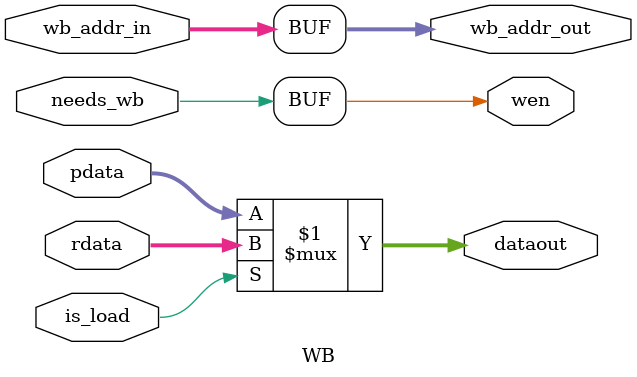
<source format=v>
module WB (
	input [31:0] rdata,			// The data which are read from data cache
	input [31:0] pdata,		 	// The data from EXE output
	input [3:0] wb_addr_in,	 	// Register address to which the data is going to be written
	input is_load,	   		 	// If the data are gonna be written in RF
	input needs_wb,	   		 	// If the data are gonna be written in RF
	output [31:0] dataout,	 	// The data selected for WB to RF
	output [3:0] wb_addr_out,	// Register address to which the data is going to be written
	output wen 		   		 	// Write enable signal to be passed to RF
);

assign dataout 		= is_load ? rdata : pdata; 	// If instruction is load, use read data to wb to RF
assign wen 			= needs_wb;					// 
assign wb_addr_out 	= wb_addr_in;				// Register to which the data are going to be written

endmodule
</source>
